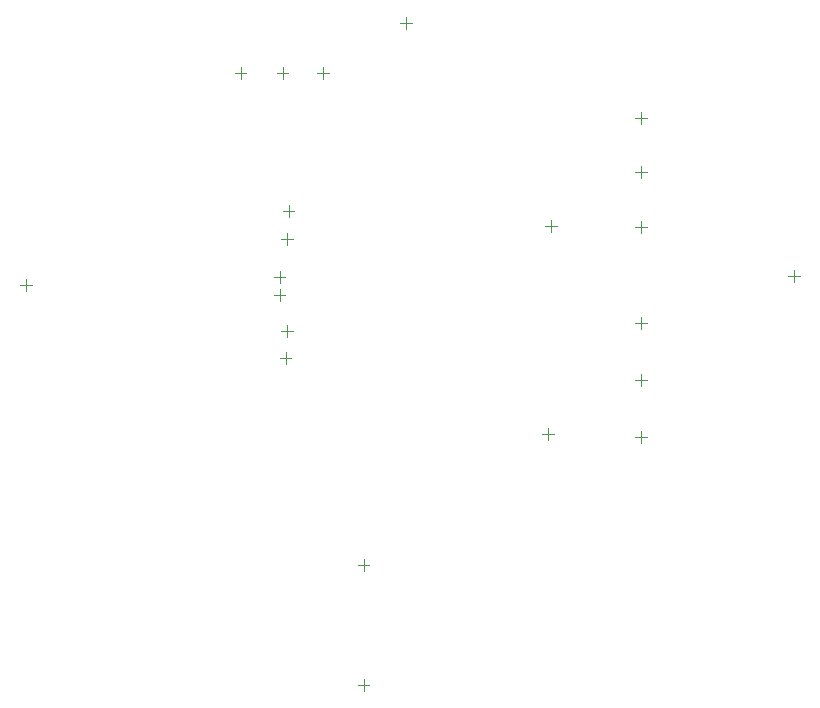
<source format=gbr>
%TF.GenerationSoftware,Altium Limited,Altium Designer,22.9.1 (49)*%
G04 Layer_Color=0*
%FSLAX25Y25*%
%MOIN*%
%TF.SameCoordinates,E4663CD6-9850-4590-99AB-2D6E941D03D6*%
%TF.FilePolarity,Positive*%
%TF.FileFunction,Other,Top_Component_Center*%
%TF.Part,Single*%
G01*
G75*
%TA.AperFunction,NonConductor*%
%ADD39C,0.00394*%
D39*
X142000Y152032D02*
Y155968D01*
X140032Y154000D02*
X143968D01*
X184280Y236531D02*
Y240469D01*
X182311Y238500D02*
X186248D01*
X144000Y125031D02*
Y128969D01*
X142032Y127000D02*
X145968D01*
X142000Y146031D02*
Y149969D01*
X140032Y148000D02*
X143968D01*
X129000Y220031D02*
Y223969D01*
X127032Y222000D02*
X130968D01*
X145000Y174031D02*
Y177969D01*
X143032Y176000D02*
X146968D01*
X168032Y18000D02*
X171968D01*
X170000Y16032D02*
Y19969D01*
X156500Y220031D02*
Y223969D01*
X154532Y222000D02*
X158468D01*
X311531Y154161D02*
X315469D01*
X313500Y152193D02*
Y156130D01*
X170000Y56032D02*
Y59969D01*
X168032Y58000D02*
X171968D01*
X55532Y151221D02*
X59469D01*
X57500Y149252D02*
Y153189D01*
X260531Y189000D02*
X264469D01*
X262500Y187031D02*
Y190969D01*
Y136531D02*
Y140469D01*
X260531Y138500D02*
X264469D01*
X260531Y170547D02*
X264469D01*
X262500Y168579D02*
Y172516D01*
Y117532D02*
Y121468D01*
X260531Y119500D02*
X264469D01*
X260531Y206953D02*
X264469D01*
X262500Y204984D02*
Y208921D01*
X142532Y136000D02*
X146468D01*
X144500Y134031D02*
Y137969D01*
X142532Y166500D02*
X146468D01*
X144500Y164532D02*
Y168468D01*
X143000Y220031D02*
Y223969D01*
X141032Y222000D02*
X144968D01*
X262500Y98532D02*
Y102469D01*
X260531Y100500D02*
X264469D01*
X230532Y171000D02*
X234469D01*
X232500Y169032D02*
Y172968D01*
X231500Y99457D02*
Y103394D01*
X229532Y101425D02*
X233469D01*
%TF.MD5,0ef2b64ef301232566da7da1423324a1*%
M02*

</source>
